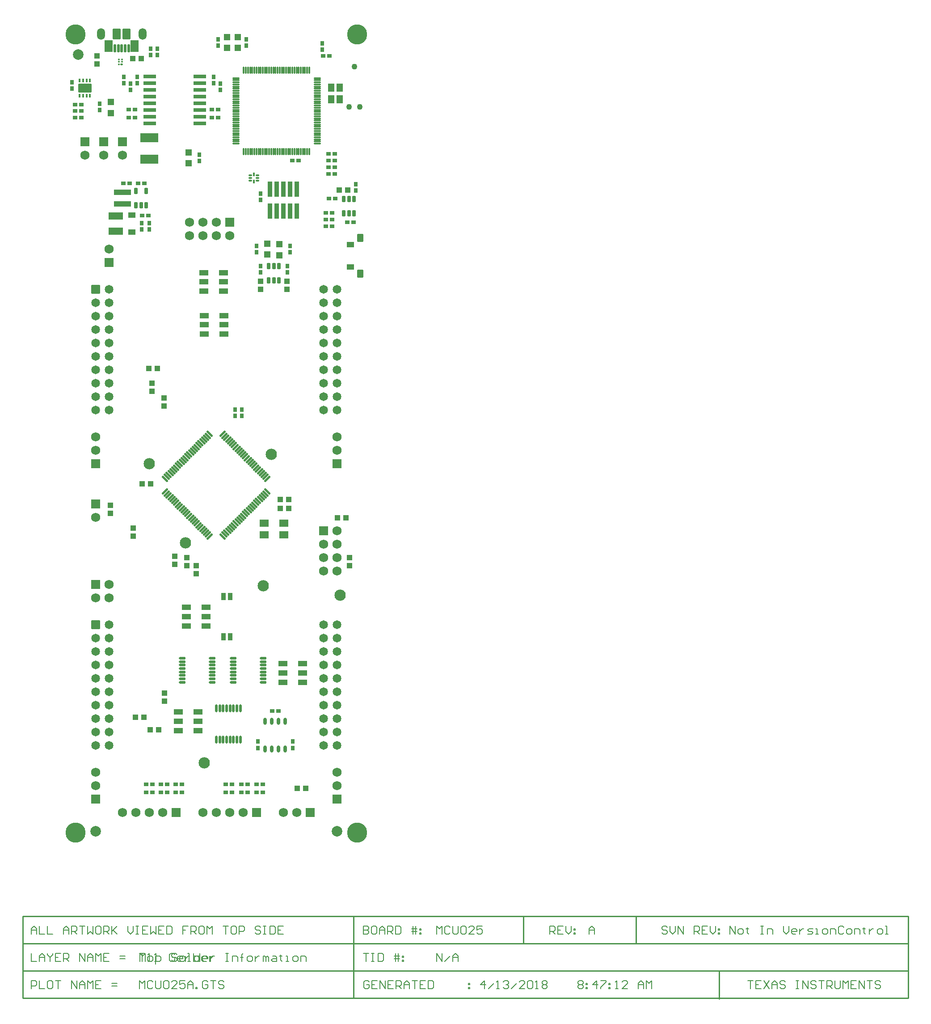
<source format=gts>
G04 Layer_Color=8388736*
%FSAX25Y25*%
%MOIN*%
G70*
G01*
G75*
%ADD49C,0.00800*%
%ADD50C,0.01000*%
G04:AMPARAMS|DCode=98|XSize=15.81mil|YSize=61.09mil|CornerRadius=0mil|HoleSize=0mil|Usage=FLASHONLY|Rotation=45.000|XOffset=0mil|YOffset=0mil|HoleType=Round|Shape=Round|*
%AMOVALD98*
21,1,0.04528,0.01581,0.00000,0.00000,135.0*
1,1,0.01581,0.01601,-0.01601*
1,1,0.01581,-0.01601,0.01601*
%
%ADD98OVALD98*%

G04:AMPARAMS|DCode=99|XSize=15.81mil|YSize=61.09mil|CornerRadius=0mil|HoleSize=0mil|Usage=FLASHONLY|Rotation=315.000|XOffset=0mil|YOffset=0mil|HoleType=Round|Shape=Round|*
%AMOVALD99*
21,1,0.04528,0.01581,0.00000,0.00000,45.0*
1,1,0.01581,-0.01601,-0.01601*
1,1,0.01581,0.01601,0.01601*
%
%ADD99OVALD99*%

G04:AMPARAMS|DCode=100|XSize=21.72mil|YSize=58.33mil|CornerRadius=3.95mil|HoleSize=0mil|Usage=FLASHONLY|Rotation=0.000|XOffset=0mil|YOffset=0mil|HoleType=Round|Shape=RoundedRectangle|*
%AMROUNDEDRECTD100*
21,1,0.02172,0.05043,0,0,0.0*
21,1,0.01382,0.05833,0,0,0.0*
1,1,0.00790,0.00691,-0.02522*
1,1,0.00790,-0.00691,-0.02522*
1,1,0.00790,-0.00691,0.02522*
1,1,0.00790,0.00691,0.02522*
%
%ADD100ROUNDEDRECTD100*%
G04:AMPARAMS|DCode=101|XSize=58.13mil|YSize=78.8mil|CornerRadius=3.9mil|HoleSize=0mil|Usage=FLASHONLY|Rotation=0.000|XOffset=0mil|YOffset=0mil|HoleType=Round|Shape=RoundedRectangle|*
%AMROUNDEDRECTD101*
21,1,0.05813,0.07101,0,0,0.0*
21,1,0.05034,0.07880,0,0,0.0*
1,1,0.00779,0.02517,-0.03551*
1,1,0.00779,-0.02517,-0.03551*
1,1,0.00779,-0.02517,0.03551*
1,1,0.00779,0.02517,0.03551*
%
%ADD101ROUNDEDRECTD101*%
G04:AMPARAMS|DCode=102|XSize=62.07mil|YSize=86.68mil|CornerRadius=4.03mil|HoleSize=0mil|Usage=FLASHONLY|Rotation=0.000|XOffset=0mil|YOffset=0mil|HoleType=Round|Shape=RoundedRectangle|*
%AMROUNDEDRECTD102*
21,1,0.06207,0.07861,0,0,0.0*
21,1,0.05401,0.08668,0,0,0.0*
1,1,0.00806,0.02700,-0.03931*
1,1,0.00806,-0.02700,-0.03931*
1,1,0.00806,-0.02700,0.03931*
1,1,0.00806,0.02700,0.03931*
%
%ADD102ROUNDEDRECTD102*%
%ADD103O,0.05124X0.01975*%
%ADD104O,0.02172X0.05912*%
G04:AMPARAMS|DCode=105|XSize=27.62mil|YSize=43.37mil|CornerRadius=4.01mil|HoleSize=0mil|Usage=FLASHONLY|Rotation=180.000|XOffset=0mil|YOffset=0mil|HoleType=Round|Shape=RoundedRectangle|*
%AMROUNDEDRECTD105*
21,1,0.02762,0.03535,0,0,180.0*
21,1,0.01961,0.04337,0,0,180.0*
1,1,0.00802,-0.00980,0.01768*
1,1,0.00802,0.00980,0.01768*
1,1,0.00802,0.00980,-0.01768*
1,1,0.00802,-0.00980,-0.01768*
%
%ADD105ROUNDEDRECTD105*%
%ADD106O,0.05912X0.01187*%
%ADD107O,0.01187X0.05912*%
%ADD108R,0.06699X0.04337*%
%ADD109R,0.03392X0.05400*%
%ADD110R,0.04140X0.04337*%
%ADD111R,0.04337X0.04140*%
%ADD112R,0.05124X0.04731*%
%ADD113C,0.07874*%
%ADD114R,0.11030X0.05518*%
%ADD115R,0.02762X0.03550*%
%ADD116R,0.03550X0.02762*%
G04:AMPARAMS|DCode=117|XSize=15.81mil|YSize=27.62mil|CornerRadius=3.95mil|HoleSize=0mil|Usage=FLASHONLY|Rotation=0.000|XOffset=0mil|YOffset=0mil|HoleType=Round|Shape=RoundedRectangle|*
%AMROUNDEDRECTD117*
21,1,0.01581,0.01972,0,0,0.0*
21,1,0.00791,0.02762,0,0,0.0*
1,1,0.00790,0.00396,-0.00986*
1,1,0.00790,-0.00396,-0.00986*
1,1,0.00790,-0.00396,0.00986*
1,1,0.00790,0.00396,0.00986*
%
%ADD117ROUNDEDRECTD117*%
G04:AMPARAMS|DCode=118|XSize=68.96mil|YSize=98.49mil|CornerRadius=3.95mil|HoleSize=0mil|Usage=FLASHONLY|Rotation=270.000|XOffset=0mil|YOffset=0mil|HoleType=Round|Shape=RoundedRectangle|*
%AMROUNDEDRECTD118*
21,1,0.06896,0.09059,0,0,270.0*
21,1,0.06106,0.09849,0,0,270.0*
1,1,0.00790,-0.04530,-0.03053*
1,1,0.00790,-0.04530,0.03053*
1,1,0.00790,0.04530,0.03053*
1,1,0.00790,0.04530,-0.03053*
%
%ADD118ROUNDEDRECTD118*%
%ADD119R,0.06699X0.04337*%
G04:AMPARAMS|DCode=120|XSize=61.09mil|YSize=43.37mil|CornerRadius=3.97mil|HoleSize=0mil|Usage=FLASHONLY|Rotation=270.000|XOffset=0mil|YOffset=0mil|HoleType=Round|Shape=RoundedRectangle|*
%AMROUNDEDRECTD120*
21,1,0.06109,0.03543,0,0,270.0*
21,1,0.05315,0.04337,0,0,270.0*
1,1,0.00794,-0.01772,-0.02657*
1,1,0.00794,-0.01772,0.02657*
1,1,0.00794,0.01772,0.02657*
1,1,0.00794,0.01772,-0.02657*
%
%ADD120ROUNDEDRECTD120*%
G04:AMPARAMS|DCode=121|XSize=39.43mil|YSize=55.18mil|CornerRadius=3.95mil|HoleSize=0mil|Usage=FLASHONLY|Rotation=270.000|XOffset=0mil|YOffset=0mil|HoleType=Round|Shape=RoundedRectangle|*
%AMROUNDEDRECTD121*
21,1,0.03943,0.04728,0,0,270.0*
21,1,0.03154,0.05518,0,0,270.0*
1,1,0.00790,-0.02364,-0.01577*
1,1,0.00790,-0.02364,0.01577*
1,1,0.00790,0.02364,0.01577*
1,1,0.00790,0.02364,-0.01577*
%
%ADD121ROUNDEDRECTD121*%
%ADD122R,0.12998X0.04337*%
%ADD123R,0.05203X0.04002*%
%ADD124R,0.13786X0.06699*%
G04:AMPARAMS|DCode=125|XSize=13.84mil|YSize=25.65mil|CornerRadius=3.97mil|HoleSize=0mil|Usage=FLASHONLY|Rotation=270.000|XOffset=0mil|YOffset=0mil|HoleType=Round|Shape=RoundedRectangle|*
%AMROUNDEDRECTD125*
21,1,0.01384,0.01772,0,0,270.0*
21,1,0.00591,0.02565,0,0,270.0*
1,1,0.00794,-0.00886,-0.00295*
1,1,0.00794,-0.00886,0.00295*
1,1,0.00794,0.00886,0.00295*
1,1,0.00794,0.00886,-0.00295*
%
%ADD125ROUNDEDRECTD125*%
G04:AMPARAMS|DCode=126|XSize=11.87mil|YSize=25.65mil|CornerRadius=3.97mil|HoleSize=0mil|Usage=FLASHONLY|Rotation=270.000|XOffset=0mil|YOffset=0mil|HoleType=Round|Shape=RoundedRectangle|*
%AMROUNDEDRECTD126*
21,1,0.01187,0.01772,0,0,270.0*
21,1,0.00394,0.02565,0,0,270.0*
1,1,0.00794,-0.00886,-0.00197*
1,1,0.00794,-0.00886,0.00197*
1,1,0.00794,0.00886,0.00197*
1,1,0.00794,0.00886,-0.00197*
%
%ADD126ROUNDEDRECTD126*%
%ADD127R,0.03313X0.11384*%
%ADD128R,0.05124X0.05912*%
%ADD129O,0.02565X0.05321*%
%ADD130R,0.05124X0.05124*%
%ADD131R,0.06699X0.05321*%
G04:AMPARAMS|DCode=132|XSize=11.87mil|YSize=15.81mil|CornerRadius=3.97mil|HoleSize=0mil|Usage=FLASHONLY|Rotation=270.000|XOffset=0mil|YOffset=0mil|HoleType=Round|Shape=RoundedRectangle|*
%AMROUNDEDRECTD132*
21,1,0.01187,0.00787,0,0,270.0*
21,1,0.00394,0.01581,0,0,270.0*
1,1,0.00794,-0.00394,-0.00197*
1,1,0.00794,-0.00394,0.00197*
1,1,0.00794,0.00394,0.00197*
1,1,0.00794,0.00394,-0.00197*
%
%ADD132ROUNDEDRECTD132*%
G04:AMPARAMS|DCode=133|XSize=11.87mil|YSize=17.78mil|CornerRadius=3.97mil|HoleSize=0mil|Usage=FLASHONLY|Rotation=270.000|XOffset=0mil|YOffset=0mil|HoleType=Round|Shape=RoundedRectangle|*
%AMROUNDEDRECTD133*
21,1,0.01187,0.00984,0,0,270.0*
21,1,0.00394,0.01778,0,0,270.0*
1,1,0.00794,-0.00492,-0.00197*
1,1,0.00794,-0.00492,0.00197*
1,1,0.00794,0.00492,0.00197*
1,1,0.00794,0.00492,-0.00197*
%
%ADD133ROUNDEDRECTD133*%
G04:AMPARAMS|DCode=134|XSize=29.59mil|YSize=92.58mil|CornerRadius=3.92mil|HoleSize=0mil|Usage=FLASHONLY|Rotation=270.000|XOffset=0mil|YOffset=0mil|HoleType=Round|Shape=RoundedRectangle|*
%AMROUNDEDRECTD134*
21,1,0.02959,0.08474,0,0,270.0*
21,1,0.02175,0.09258,0,0,270.0*
1,1,0.00784,-0.04237,-0.01088*
1,1,0.00784,-0.04237,0.01088*
1,1,0.00784,0.04237,0.01088*
1,1,0.00784,0.04237,-0.01088*
%
%ADD134ROUNDEDRECTD134*%
%ADD135C,0.06502*%
G04:AMPARAMS|DCode=136|XSize=65.02mil|YSize=65.02mil|CornerRadius=3.83mil|HoleSize=0mil|Usage=FLASHONLY|Rotation=270.000|XOffset=0mil|YOffset=0mil|HoleType=Round|Shape=RoundedRectangle|*
%AMROUNDEDRECTD136*
21,1,0.06502,0.05736,0,0,270.0*
21,1,0.05736,0.06502,0,0,270.0*
1,1,0.00766,-0.02868,-0.02868*
1,1,0.00766,-0.02868,0.02868*
1,1,0.00766,0.02868,0.02868*
1,1,0.00766,0.02868,-0.02868*
%
%ADD136ROUNDEDRECTD136*%
%ADD137C,0.15000*%
G04:AMPARAMS|DCode=138|XSize=86.68mil|YSize=59.12mil|CornerRadius=29.56mil|HoleSize=0mil|Usage=FLASHONLY|Rotation=270.000|XOffset=0mil|YOffset=0mil|HoleType=Round|Shape=RoundedRectangle|*
%AMROUNDEDRECTD138*
21,1,0.08668,0.00000,0,0,270.0*
21,1,0.02756,0.05912,0,0,270.0*
1,1,0.05912,0.00000,-0.01378*
1,1,0.05912,0.00000,0.01378*
1,1,0.05912,0.00000,0.01378*
1,1,0.05912,0.00000,-0.01378*
%
%ADD138ROUNDEDRECTD138*%
%ADD139C,0.04300*%
%ADD140C,0.08400*%
G04:AMPARAMS|DCode=141|XSize=68.96mil|YSize=68.96mil|CornerRadius=3.95mil|HoleSize=0mil|Usage=FLASHONLY|Rotation=180.000|XOffset=0mil|YOffset=0mil|HoleType=Round|Shape=RoundedRectangle|*
%AMROUNDEDRECTD141*
21,1,0.06896,0.06106,0,0,180.0*
21,1,0.06106,0.06896,0,0,180.0*
1,1,0.00790,-0.03053,0.03053*
1,1,0.00790,0.03053,0.03053*
1,1,0.00790,0.03053,-0.03053*
1,1,0.00790,-0.03053,-0.03053*
%
%ADD141ROUNDEDRECTD141*%
%ADD142C,0.06896*%
%ADD143R,0.06896X0.06896*%
G04:AMPARAMS|DCode=144|XSize=68.96mil|YSize=68.96mil|CornerRadius=3.95mil|HoleSize=0mil|Usage=FLASHONLY|Rotation=270.000|XOffset=0mil|YOffset=0mil|HoleType=Round|Shape=RoundedRectangle|*
%AMROUNDEDRECTD144*
21,1,0.06896,0.06106,0,0,270.0*
21,1,0.06106,0.06896,0,0,270.0*
1,1,0.00790,-0.03053,-0.03053*
1,1,0.00790,-0.03053,0.03053*
1,1,0.00790,0.03053,0.03053*
1,1,0.00790,0.03053,-0.03053*
%
%ADD144ROUNDEDRECTD144*%
%ADD145R,0.06896X0.06896*%
%ADD146C,0.02368*%
G54D49*
X0126900Y0073549D02*
X0130899D01*
X0128899D01*
Y0067551D01*
X0133898D02*
X0135897D01*
X0136897Y0068550D01*
Y0070550D01*
X0135897Y0071549D01*
X0133898D01*
X0132898Y0070550D01*
Y0068550D01*
X0133898Y0067551D01*
X0138896Y0065551D02*
Y0071549D01*
X0141895D01*
X0142895Y0070550D01*
Y0068550D01*
X0141895Y0067551D01*
X0138896D01*
X0154891Y0072549D02*
X0153891Y0073549D01*
X0151892D01*
X0150892Y0072549D01*
Y0071549D01*
X0151892Y0070550D01*
X0153891D01*
X0154891Y0069550D01*
Y0068550D01*
X0153891Y0067551D01*
X0151892D01*
X0150892Y0068550D01*
X0157890Y0067551D02*
X0159889D01*
X0160889Y0068550D01*
Y0070550D01*
X0159889Y0071549D01*
X0157890D01*
X0156890Y0070550D01*
Y0068550D01*
X0157890Y0067551D01*
X0162888D02*
X0164888D01*
X0163888D01*
Y0073549D01*
X0162888D01*
X0171885D02*
Y0067551D01*
X0168886D01*
X0167887Y0068550D01*
Y0070550D01*
X0168886Y0071549D01*
X0171885D01*
X0176884Y0067551D02*
X0174884D01*
X0173885Y0068550D01*
Y0070550D01*
X0174884Y0071549D01*
X0176884D01*
X0177884Y0070550D01*
Y0069550D01*
X0173885D01*
X0179883Y0071549D02*
Y0067551D01*
Y0069550D01*
X0180883Y0070550D01*
X0181882Y0071549D01*
X0182882D01*
X0126900Y0073549D02*
X0130899D01*
X0128899D01*
Y0067551D01*
X0133898D02*
X0135897D01*
X0136897Y0068550D01*
Y0070550D01*
X0135897Y0071549D01*
X0133898D01*
X0132898Y0070550D01*
Y0068550D01*
X0133898Y0067551D01*
X0138896Y0065551D02*
Y0071549D01*
X0141895D01*
X0142895Y0070550D01*
Y0068550D01*
X0141895Y0067551D01*
X0138896D01*
X0154891Y0072549D02*
X0153891Y0073549D01*
X0151892D01*
X0150892Y0072549D01*
Y0071549D01*
X0151892Y0070550D01*
X0153891D01*
X0154891Y0069550D01*
Y0068550D01*
X0153891Y0067551D01*
X0151892D01*
X0150892Y0068550D01*
X0157890Y0067551D02*
X0159889D01*
X0160889Y0068550D01*
Y0070550D01*
X0159889Y0071549D01*
X0157890D01*
X0156890Y0070550D01*
Y0068550D01*
X0157890Y0067551D01*
X0162888D02*
X0164888D01*
X0163888D01*
Y0073549D01*
X0162888D01*
X0171885D02*
Y0067551D01*
X0168886D01*
X0167887Y0068550D01*
Y0070550D01*
X0168886Y0071549D01*
X0171885D01*
X0176884Y0067551D02*
X0174884D01*
X0173885Y0068550D01*
Y0070550D01*
X0174884Y0071549D01*
X0176884D01*
X0177884Y0070550D01*
Y0069550D01*
X0173885D01*
X0179883Y0071549D02*
Y0067551D01*
Y0069550D01*
X0180883Y0070550D01*
X0181882Y0071549D01*
X0182882D01*
X0567400Y0087833D02*
Y0093831D01*
X0571399Y0087833D01*
Y0093831D01*
X0574398Y0087833D02*
X0576397D01*
X0577397Y0088833D01*
Y0090832D01*
X0576397Y0091832D01*
X0574398D01*
X0573398Y0090832D01*
Y0088833D01*
X0574398Y0087833D01*
X0580396Y0092832D02*
Y0091832D01*
X0579396D01*
X0581395D01*
X0580396D01*
Y0088833D01*
X0581395Y0087833D01*
X0590393Y0093831D02*
X0592392D01*
X0591392D01*
Y0087833D01*
X0590393D01*
X0592392D01*
X0595391D02*
Y0091832D01*
X0598390D01*
X0599390Y0090832D01*
Y0087833D01*
X0607387Y0093831D02*
Y0089833D01*
X0609386Y0087833D01*
X0611386Y0089833D01*
Y0093831D01*
X0616384Y0087833D02*
X0614385D01*
X0613385Y0088833D01*
Y0090832D01*
X0614385Y0091832D01*
X0616384D01*
X0617384Y0090832D01*
Y0089833D01*
X0613385D01*
X0619383Y0091832D02*
Y0087833D01*
Y0089833D01*
X0620383Y0090832D01*
X0621383Y0091832D01*
X0622382D01*
X0625381Y0087833D02*
X0628380D01*
X0629380Y0088833D01*
X0628380Y0089833D01*
X0626381D01*
X0625381Y0090832D01*
X0626381Y0091832D01*
X0629380D01*
X0631379Y0087833D02*
X0633379D01*
X0632379D01*
Y0091832D01*
X0631379D01*
X0637377Y0087833D02*
X0639377D01*
X0640376Y0088833D01*
Y0090832D01*
X0639377Y0091832D01*
X0637377D01*
X0636378Y0090832D01*
Y0088833D01*
X0637377Y0087833D01*
X0642376D02*
Y0091832D01*
X0645375D01*
X0646374Y0090832D01*
Y0087833D01*
X0652373Y0092832D02*
X0651373Y0093831D01*
X0649373D01*
X0648374Y0092832D01*
Y0088833D01*
X0649373Y0087833D01*
X0651373D01*
X0652373Y0088833D01*
X0655372Y0087833D02*
X0657371D01*
X0658371Y0088833D01*
Y0090832D01*
X0657371Y0091832D01*
X0655372D01*
X0654372Y0090832D01*
Y0088833D01*
X0655372Y0087833D01*
X0660370D02*
Y0091832D01*
X0663369D01*
X0664369Y0090832D01*
Y0087833D01*
X0667368Y0092832D02*
Y0091832D01*
X0666368D01*
X0668367D01*
X0667368D01*
Y0088833D01*
X0668367Y0087833D01*
X0671366Y0091832D02*
Y0087833D01*
Y0089833D01*
X0672366Y0090832D01*
X0673366Y0091832D01*
X0674365D01*
X0678364Y0087833D02*
X0680364D01*
X0681363Y0088833D01*
Y0090832D01*
X0680364Y0091832D01*
X0678364D01*
X0677364Y0090832D01*
Y0088833D01*
X0678364Y0087833D01*
X0683362D02*
X0685362D01*
X0684362D01*
Y0093831D01*
X0683362D01*
X0520799Y0092832D02*
X0519799Y0093831D01*
X0517800D01*
X0516800Y0092832D01*
Y0091832D01*
X0517800Y0090832D01*
X0519799D01*
X0520799Y0089833D01*
Y0088833D01*
X0519799Y0087833D01*
X0517800D01*
X0516800Y0088833D01*
X0522798Y0093831D02*
Y0089833D01*
X0524797Y0087833D01*
X0526797Y0089833D01*
Y0093831D01*
X0528796Y0087833D02*
Y0093831D01*
X0532795Y0087833D01*
Y0093831D01*
X0540792Y0087833D02*
Y0093831D01*
X0543791D01*
X0544791Y0092832D01*
Y0090832D01*
X0543791Y0089833D01*
X0540792D01*
X0542792D02*
X0544791Y0087833D01*
X0550789Y0093831D02*
X0546790D01*
Y0087833D01*
X0550789D01*
X0546790Y0090832D02*
X0548790D01*
X0552788Y0093831D02*
Y0089833D01*
X0554788Y0087833D01*
X0556787Y0089833D01*
Y0093831D01*
X0558786Y0091832D02*
X0559786D01*
Y0090832D01*
X0558786D01*
Y0091832D01*
Y0088833D02*
X0559786D01*
Y0087833D01*
X0558786D01*
Y0088833D01*
X0433000Y0087833D02*
Y0093831D01*
X0435999D01*
X0436999Y0092832D01*
Y0090832D01*
X0435999Y0089833D01*
X0433000D01*
X0434999D02*
X0436999Y0087833D01*
X0442997Y0093831D02*
X0438998D01*
Y0087833D01*
X0442997D01*
X0438998Y0090832D02*
X0440997D01*
X0444996Y0093831D02*
Y0089833D01*
X0446995Y0087833D01*
X0448995Y0089833D01*
Y0093831D01*
X0450994Y0091832D02*
X0451994D01*
Y0090832D01*
X0450994D01*
Y0091832D01*
Y0088833D02*
X0451994D01*
Y0087833D01*
X0450994D01*
Y0088833D01*
X0126900Y0046966D02*
Y0052965D01*
X0128899Y0050965D01*
X0130899Y0052965D01*
Y0046966D01*
X0136897Y0051965D02*
X0135897Y0052965D01*
X0133898D01*
X0132898Y0051965D01*
Y0047966D01*
X0133898Y0046966D01*
X0135897D01*
X0136897Y0047966D01*
X0138896Y0052965D02*
Y0047966D01*
X0139896Y0046966D01*
X0141895D01*
X0142895Y0047966D01*
Y0052965D01*
X0144894Y0051965D02*
X0145894Y0052965D01*
X0147893D01*
X0148893Y0051965D01*
Y0047966D01*
X0147893Y0046966D01*
X0145894D01*
X0144894Y0047966D01*
Y0051965D01*
X0154891Y0046966D02*
X0150892D01*
X0154891Y0050965D01*
Y0051965D01*
X0153891Y0052965D01*
X0151892D01*
X0150892Y0051965D01*
X0160889Y0052965D02*
X0156890D01*
Y0049966D01*
X0158890Y0050965D01*
X0159889D01*
X0160889Y0049966D01*
Y0047966D01*
X0159889Y0046966D01*
X0157890D01*
X0156890Y0047966D01*
X0162888Y0046966D02*
Y0050965D01*
X0164888Y0052965D01*
X0166887Y0050965D01*
Y0046966D01*
Y0049966D01*
X0162888D01*
X0168886Y0046966D02*
Y0047966D01*
X0169886D01*
Y0046966D01*
X0168886D01*
X0177884Y0051965D02*
X0176884Y0052965D01*
X0174884D01*
X0173885Y0051965D01*
Y0047966D01*
X0174884Y0046966D01*
X0176884D01*
X0177884Y0047966D01*
Y0049966D01*
X0175884D01*
X0179883Y0052965D02*
X0183882D01*
X0181882D01*
Y0046966D01*
X0189880Y0051965D02*
X0188880Y0052965D01*
X0186881D01*
X0185881Y0051965D01*
Y0050965D01*
X0186881Y0049966D01*
X0188880D01*
X0189880Y0048966D01*
Y0047966D01*
X0188880Y0046966D01*
X0186881D01*
X0185881Y0047966D01*
X0384149Y0046966D02*
Y0052965D01*
X0381150Y0049966D01*
X0385149D01*
X0387148Y0046966D02*
X0391147Y0050965D01*
X0393146Y0046966D02*
X0395146D01*
X0394146D01*
Y0052965D01*
X0393146Y0051965D01*
X0398145D02*
X0399144Y0052965D01*
X0401144D01*
X0402143Y0051965D01*
Y0050965D01*
X0401144Y0049966D01*
X0400144D01*
X0401144D01*
X0402143Y0048966D01*
Y0047966D01*
X0401144Y0046966D01*
X0399144D01*
X0398145Y0047966D01*
X0404143Y0046966D02*
X0408141Y0050965D01*
X0414139Y0046966D02*
X0410141D01*
X0414139Y0050965D01*
Y0051965D01*
X0413140Y0052965D01*
X0411140D01*
X0410141Y0051965D01*
X0416139D02*
X0417138Y0052965D01*
X0419138D01*
X0420137Y0051965D01*
Y0047966D01*
X0419138Y0046966D01*
X0417138D01*
X0416139Y0047966D01*
Y0051965D01*
X0422137Y0046966D02*
X0424136D01*
X0423136D01*
Y0052965D01*
X0422137Y0051965D01*
X0427135D02*
X0428135Y0052965D01*
X0430134D01*
X0431134Y0051965D01*
Y0050965D01*
X0430134Y0049966D01*
X0431134Y0048966D01*
Y0047966D01*
X0430134Y0046966D01*
X0428135D01*
X0427135Y0047966D01*
Y0048966D01*
X0428135Y0049966D01*
X0427135Y0050965D01*
Y0051965D01*
X0428135Y0049966D02*
X0430134D01*
X0298199Y0051965D02*
X0297199Y0052965D01*
X0295200D01*
X0294200Y0051965D01*
Y0047966D01*
X0295200Y0046966D01*
X0297199D01*
X0298199Y0047966D01*
Y0049966D01*
X0296199D01*
X0304197Y0052965D02*
X0300198D01*
Y0046966D01*
X0304197D01*
X0300198Y0049966D02*
X0302197D01*
X0306196Y0046966D02*
Y0052965D01*
X0310195Y0046966D01*
Y0052965D01*
X0316193D02*
X0312194D01*
Y0046966D01*
X0316193D01*
X0312194Y0049966D02*
X0314194D01*
X0318192Y0046966D02*
Y0052965D01*
X0321191D01*
X0322191Y0051965D01*
Y0049966D01*
X0321191Y0048966D01*
X0318192D01*
X0320192D02*
X0322191Y0046966D01*
X0324190D02*
Y0050965D01*
X0326190Y0052965D01*
X0328189Y0050965D01*
Y0046966D01*
Y0049966D01*
X0324190D01*
X0330188Y0052965D02*
X0334187D01*
X0332188D01*
Y0046966D01*
X0340185Y0052965D02*
X0336186D01*
Y0046966D01*
X0340185D01*
X0336186Y0049966D02*
X0338186D01*
X0342184Y0052965D02*
Y0046966D01*
X0345183D01*
X0346183Y0047966D01*
Y0051965D01*
X0345183Y0052965D01*
X0342184D01*
X0372175Y0050965D02*
X0373175D01*
Y0049966D01*
X0372175D01*
Y0050965D01*
Y0047966D02*
X0373175D01*
Y0046966D01*
X0372175D01*
Y0047966D01*
X0046350Y0087833D02*
Y0091832D01*
X0048349Y0093831D01*
X0050349Y0091832D01*
Y0087833D01*
Y0090832D01*
X0046350D01*
X0052348Y0093831D02*
Y0087833D01*
X0056347D01*
X0058346Y0093831D02*
Y0087833D01*
X0062345D01*
X0070342D02*
Y0091832D01*
X0072342Y0093831D01*
X0074341Y0091832D01*
Y0087833D01*
Y0090832D01*
X0070342D01*
X0076340Y0087833D02*
Y0093831D01*
X0079339D01*
X0080339Y0092832D01*
Y0090832D01*
X0079339Y0089833D01*
X0076340D01*
X0078340D02*
X0080339Y0087833D01*
X0082338Y0093831D02*
X0086337D01*
X0084338D01*
Y0087833D01*
X0088336Y0093831D02*
Y0087833D01*
X0090336Y0089833D01*
X0092335Y0087833D01*
Y0093831D01*
X0097334D02*
X0095334D01*
X0094335Y0092832D01*
Y0088833D01*
X0095334Y0087833D01*
X0097334D01*
X0098333Y0088833D01*
Y0092832D01*
X0097334Y0093831D01*
X0100332Y0087833D02*
Y0093831D01*
X0103332D01*
X0104331Y0092832D01*
Y0090832D01*
X0103332Y0089833D01*
X0100332D01*
X0102332D02*
X0104331Y0087833D01*
X0106331Y0093831D02*
Y0087833D01*
Y0089833D01*
X0110329Y0093831D01*
X0107330Y0090832D01*
X0110329Y0087833D01*
X0118327Y0093831D02*
Y0089833D01*
X0120326Y0087833D01*
X0122325Y0089833D01*
Y0093831D01*
X0124325D02*
X0126324D01*
X0125324D01*
Y0087833D01*
X0124325D01*
X0126324D01*
X0133322Y0093831D02*
X0129323D01*
Y0087833D01*
X0133322D01*
X0129323Y0090832D02*
X0131323D01*
X0135321Y0093831D02*
Y0087833D01*
X0137321Y0089833D01*
X0139320Y0087833D01*
Y0093831D01*
X0145318D02*
X0141319D01*
Y0087833D01*
X0145318D01*
X0141319Y0090832D02*
X0143319D01*
X0147317Y0093831D02*
Y0087833D01*
X0150316D01*
X0151316Y0088833D01*
Y0092832D01*
X0150316Y0093831D01*
X0147317D01*
X0163312D02*
X0159313D01*
Y0090832D01*
X0161313D01*
X0159313D01*
Y0087833D01*
X0165312D02*
Y0093831D01*
X0168310D01*
X0169310Y0092832D01*
Y0090832D01*
X0168310Y0089833D01*
X0165312D01*
X0167311D02*
X0169310Y0087833D01*
X0174309Y0093831D02*
X0172309D01*
X0171310Y0092832D01*
Y0088833D01*
X0172309Y0087833D01*
X0174309D01*
X0175308Y0088833D01*
Y0092832D01*
X0174309Y0093831D01*
X0177308Y0087833D02*
Y0093831D01*
X0179307Y0091832D01*
X0181306Y0093831D01*
Y0087833D01*
X0189304Y0093831D02*
X0193303D01*
X0191303D01*
Y0087833D01*
X0198301Y0093831D02*
X0196301D01*
X0195302Y0092832D01*
Y0088833D01*
X0196301Y0087833D01*
X0198301D01*
X0199301Y0088833D01*
Y0092832D01*
X0198301Y0093831D01*
X0201300Y0087833D02*
Y0093831D01*
X0204299D01*
X0205299Y0092832D01*
Y0090832D01*
X0204299Y0089833D01*
X0201300D01*
X0217295Y0092832D02*
X0216295Y0093831D01*
X0214296D01*
X0213296Y0092832D01*
Y0091832D01*
X0214296Y0090832D01*
X0216295D01*
X0217295Y0089833D01*
Y0088833D01*
X0216295Y0087833D01*
X0214296D01*
X0213296Y0088833D01*
X0219294Y0093831D02*
X0221293D01*
X0220294D01*
Y0087833D01*
X0219294D01*
X0221293D01*
X0224292Y0093831D02*
Y0087833D01*
X0227291D01*
X0228291Y0088833D01*
Y0092832D01*
X0227291Y0093831D01*
X0224292D01*
X0234289D02*
X0230291D01*
Y0087833D01*
X0234289D01*
X0230291Y0090832D02*
X0232290D01*
X0462150Y0087833D02*
Y0091832D01*
X0464149Y0093831D01*
X0466149Y0091832D01*
Y0087833D01*
Y0090832D01*
X0462150D01*
X0348550Y0087833D02*
Y0093831D01*
X0350549Y0091832D01*
X0352549Y0093831D01*
Y0087833D01*
X0358547Y0092832D02*
X0357547Y0093831D01*
X0355548D01*
X0354548Y0092832D01*
Y0088833D01*
X0355548Y0087833D01*
X0357547D01*
X0358547Y0088833D01*
X0360546Y0093831D02*
Y0088833D01*
X0361546Y0087833D01*
X0363545D01*
X0364545Y0088833D01*
Y0093831D01*
X0366544Y0092832D02*
X0367544Y0093831D01*
X0369543D01*
X0370543Y0092832D01*
Y0088833D01*
X0369543Y0087833D01*
X0367544D01*
X0366544Y0088833D01*
Y0092832D01*
X0376541Y0087833D02*
X0372542D01*
X0376541Y0091832D01*
Y0092832D01*
X0375541Y0093831D01*
X0373542D01*
X0372542Y0092832D01*
X0382539Y0093831D02*
X0378540D01*
Y0090832D01*
X0380540Y0091832D01*
X0381539D01*
X0382539Y0090832D01*
Y0088833D01*
X0381539Y0087833D01*
X0379540D01*
X0378540Y0088833D01*
X0294000Y0093831D02*
Y0087833D01*
X0296999D01*
X0297999Y0088833D01*
Y0089833D01*
X0296999Y0090832D01*
X0294000D01*
X0296999D01*
X0297999Y0091832D01*
Y0092832D01*
X0296999Y0093831D01*
X0294000D01*
X0302997D02*
X0300998D01*
X0299998Y0092832D01*
Y0088833D01*
X0300998Y0087833D01*
X0302997D01*
X0303997Y0088833D01*
Y0092832D01*
X0302997Y0093831D01*
X0305996Y0087833D02*
Y0091832D01*
X0307996Y0093831D01*
X0309995Y0091832D01*
Y0087833D01*
Y0090832D01*
X0305996D01*
X0311994Y0087833D02*
Y0093831D01*
X0314993D01*
X0315993Y0092832D01*
Y0090832D01*
X0314993Y0089833D01*
X0311994D01*
X0313994D02*
X0315993Y0087833D01*
X0317992Y0093831D02*
Y0087833D01*
X0320991D01*
X0321991Y0088833D01*
Y0092832D01*
X0320991Y0093831D01*
X0317992D01*
X0330988Y0087833D02*
Y0093831D01*
X0332987D02*
Y0087833D01*
X0329988Y0091832D02*
X0332987D01*
X0333987D01*
X0329988Y0089833D02*
X0333987D01*
X0335986Y0091832D02*
X0336986D01*
Y0090832D01*
X0335986D01*
Y0091832D01*
Y0088833D02*
X0336986D01*
Y0087833D01*
X0335986D01*
Y0088833D01*
X0046350Y0073549D02*
Y0067551D01*
X0050349D01*
X0052348D02*
Y0071549D01*
X0054347Y0073549D01*
X0056347Y0071549D01*
Y0067551D01*
Y0070550D01*
X0052348D01*
X0058346Y0073549D02*
Y0072549D01*
X0060346Y0070550D01*
X0062345Y0072549D01*
Y0073549D01*
X0060346Y0070550D02*
Y0067551D01*
X0068343Y0073549D02*
X0064344D01*
Y0067551D01*
X0068343D01*
X0064344Y0070550D02*
X0066343D01*
X0070342Y0067551D02*
Y0073549D01*
X0073341D01*
X0074341Y0072549D01*
Y0070550D01*
X0073341Y0069550D01*
X0070342D01*
X0072342D02*
X0074341Y0067551D01*
X0082338D02*
Y0073549D01*
X0086337Y0067551D01*
Y0073549D01*
X0088336Y0067551D02*
Y0071549D01*
X0090336Y0073549D01*
X0092335Y0071549D01*
Y0067551D01*
Y0070550D01*
X0088336D01*
X0094335Y0067551D02*
Y0073549D01*
X0096334Y0071549D01*
X0098333Y0073549D01*
Y0067551D01*
X0104331Y0073549D02*
X0100332D01*
Y0067551D01*
X0104331D01*
X0100332Y0070550D02*
X0102332D01*
X0112329Y0069550D02*
X0116327D01*
X0112329Y0071549D02*
X0116327D01*
X0046350Y0046966D02*
Y0052965D01*
X0049349D01*
X0050349Y0051965D01*
Y0049966D01*
X0049349Y0048966D01*
X0046350D01*
X0052348Y0052965D02*
Y0046966D01*
X0056347D01*
X0061345Y0052965D02*
X0059346D01*
X0058346Y0051965D01*
Y0047966D01*
X0059346Y0046966D01*
X0061345D01*
X0062345Y0047966D01*
Y0051965D01*
X0061345Y0052965D01*
X0064344D02*
X0068343D01*
X0066343D01*
Y0046966D01*
X0076340D02*
Y0052965D01*
X0080339Y0046966D01*
Y0052965D01*
X0082338Y0046966D02*
Y0050965D01*
X0084338Y0052965D01*
X0086337Y0050965D01*
Y0046966D01*
Y0049966D01*
X0082338D01*
X0088336Y0046966D02*
Y0052965D01*
X0090336Y0050965D01*
X0092335Y0052965D01*
Y0046966D01*
X0098333Y0052965D02*
X0094335D01*
Y0046966D01*
X0098333D01*
X0094335Y0049966D02*
X0096334D01*
X0106331Y0048966D02*
X0110329D01*
X0106331Y0050965D02*
X0110329D01*
X0454050Y0051965D02*
X0455050Y0052965D01*
X0457049D01*
X0458049Y0051965D01*
Y0050965D01*
X0457049Y0049966D01*
X0458049Y0048966D01*
Y0047966D01*
X0457049Y0046966D01*
X0455050D01*
X0454050Y0047966D01*
Y0048966D01*
X0455050Y0049966D01*
X0454050Y0050965D01*
Y0051965D01*
X0455050Y0049966D02*
X0457049D01*
X0460048Y0050965D02*
X0461048D01*
Y0049966D01*
X0460048D01*
Y0050965D01*
Y0047966D02*
X0461048D01*
Y0046966D01*
X0460048D01*
Y0047966D01*
X0468046Y0046966D02*
Y0052965D01*
X0465046Y0049966D01*
X0469045D01*
X0471044Y0052965D02*
X0475043D01*
Y0051965D01*
X0471044Y0047966D01*
Y0046966D01*
X0477043Y0050965D02*
X0478042D01*
Y0049966D01*
X0477043D01*
Y0050965D01*
Y0047966D02*
X0478042D01*
Y0046966D01*
X0477043D01*
Y0047966D01*
X0482041Y0046966D02*
X0484040D01*
X0483041D01*
Y0052965D01*
X0482041Y0051965D01*
X0491038Y0046966D02*
X0487039D01*
X0491038Y0050965D01*
Y0051965D01*
X0490038Y0052965D01*
X0488039D01*
X0487039Y0051965D01*
X0499035Y0046966D02*
Y0050965D01*
X0501035Y0052965D01*
X0503034Y0050965D01*
Y0046966D01*
Y0049966D01*
X0499035D01*
X0505033Y0046966D02*
Y0052965D01*
X0507033Y0050965D01*
X0509032Y0052965D01*
Y0046966D01*
X0580500Y0052965D02*
X0584499D01*
X0582499D01*
Y0046966D01*
X0590497Y0052965D02*
X0586498D01*
Y0046966D01*
X0590497D01*
X0586498Y0049966D02*
X0588497D01*
X0592496Y0052965D02*
X0596495Y0046966D01*
Y0052965D02*
X0592496Y0046966D01*
X0598494D02*
Y0050965D01*
X0600493Y0052965D01*
X0602493Y0050965D01*
Y0046966D01*
Y0049966D01*
X0598494D01*
X0608491Y0051965D02*
X0607491Y0052965D01*
X0605492D01*
X0604492Y0051965D01*
Y0050965D01*
X0605492Y0049966D01*
X0607491D01*
X0608491Y0048966D01*
Y0047966D01*
X0607491Y0046966D01*
X0605492D01*
X0604492Y0047966D01*
X0616488Y0052965D02*
X0618488D01*
X0617488D01*
Y0046966D01*
X0616488D01*
X0618488D01*
X0621487D02*
Y0052965D01*
X0625486Y0046966D01*
Y0052965D01*
X0631484Y0051965D02*
X0630484Y0052965D01*
X0628484D01*
X0627485Y0051965D01*
Y0050965D01*
X0628484Y0049966D01*
X0630484D01*
X0631484Y0048966D01*
Y0047966D01*
X0630484Y0046966D01*
X0628484D01*
X0627485Y0047966D01*
X0633483Y0052965D02*
X0637482D01*
X0635482D01*
Y0046966D01*
X0639481D02*
Y0052965D01*
X0642480D01*
X0643480Y0051965D01*
Y0049966D01*
X0642480Y0048966D01*
X0639481D01*
X0641480D02*
X0643480Y0046966D01*
X0645479Y0052965D02*
Y0047966D01*
X0646479Y0046966D01*
X0648478D01*
X0649478Y0047966D01*
Y0052965D01*
X0651477Y0046966D02*
Y0052965D01*
X0653476Y0050965D01*
X0655476Y0052965D01*
Y0046966D01*
X0661474Y0052965D02*
X0657475D01*
Y0046966D01*
X0661474D01*
X0657475Y0049966D02*
X0659474D01*
X0663473Y0046966D02*
Y0052965D01*
X0667472Y0046966D01*
Y0052965D01*
X0669471D02*
X0673470D01*
X0671471D01*
Y0046966D01*
X0679468Y0051965D02*
X0678468Y0052965D01*
X0676469D01*
X0675469Y0051965D01*
Y0050965D01*
X0676469Y0049966D01*
X0678468D01*
X0679468Y0048966D01*
Y0047966D01*
X0678468Y0046966D01*
X0676469D01*
X0675469Y0047966D01*
X0294000Y0073498D02*
X0297999D01*
X0295999D01*
Y0067500D01*
X0299998Y0073498D02*
X0301997D01*
X0300998D01*
Y0067500D01*
X0299998D01*
X0301997D01*
X0304996Y0073498D02*
Y0067500D01*
X0307996D01*
X0308995Y0068500D01*
Y0072498D01*
X0307996Y0073498D01*
X0304996D01*
X0317992Y0067500D02*
Y0073498D01*
X0319992D02*
Y0067500D01*
X0316993Y0071499D02*
X0319992D01*
X0320991D01*
X0316993Y0069499D02*
X0320991D01*
X0322991Y0071499D02*
X0323990D01*
Y0070499D01*
X0322991D01*
Y0071499D01*
Y0068500D02*
X0323990D01*
Y0067500D01*
X0322991D01*
Y0068500D01*
X0348550Y0067500D02*
Y0073498D01*
X0352549Y0067500D01*
Y0073498D01*
X0354548Y0067500D02*
X0358547Y0071499D01*
X0360546Y0067500D02*
Y0071499D01*
X0362545Y0073498D01*
X0364545Y0071499D01*
Y0067500D01*
Y0070499D01*
X0360546D01*
X0127200Y0067400D02*
Y0073398D01*
X0129199Y0071399D01*
X0131199Y0073398D01*
Y0067400D01*
X0133198D02*
X0135197D01*
X0134198D01*
Y0073398D01*
X0133198Y0072398D01*
X0138196Y0067400D02*
X0140196D01*
X0139196D01*
Y0073398D01*
X0138196Y0072398D01*
X0153192D02*
X0152192Y0073398D01*
X0150193D01*
X0149193Y0072398D01*
Y0068400D01*
X0150193Y0067400D01*
X0152192D01*
X0153192Y0068400D01*
Y0070399D01*
X0151192D01*
X0158190Y0067400D02*
X0156191D01*
X0155191Y0068400D01*
Y0070399D01*
X0156191Y0071399D01*
X0158190D01*
X0159190Y0070399D01*
Y0069399D01*
X0155191D01*
X0161189Y0071399D02*
Y0067400D01*
Y0069399D01*
X0162189Y0070399D01*
X0163188Y0071399D01*
X0164188D01*
X0167187Y0073398D02*
Y0067400D01*
X0170186D01*
X0171186Y0068400D01*
Y0069399D01*
Y0070399D01*
X0170186Y0071399D01*
X0167187D01*
X0176184Y0067400D02*
X0174185D01*
X0173185Y0068400D01*
Y0070399D01*
X0174185Y0071399D01*
X0176184D01*
X0177184Y0070399D01*
Y0069399D01*
X0173185D01*
X0179183Y0071399D02*
Y0067400D01*
Y0069399D01*
X0180183Y0070399D01*
X0181183Y0071399D01*
X0182182D01*
X0191179Y0073398D02*
X0193179D01*
X0192179D01*
Y0067400D01*
X0191179D01*
X0193179D01*
X0196178D02*
Y0071399D01*
X0199177D01*
X0200176Y0070399D01*
Y0067400D01*
X0203175D02*
Y0072398D01*
Y0070399D01*
X0202176D01*
X0204175D01*
X0203175D01*
Y0072398D01*
X0204175Y0073398D01*
X0208174Y0067400D02*
X0210173D01*
X0211173Y0068400D01*
Y0070399D01*
X0210173Y0071399D01*
X0208174D01*
X0207174Y0070399D01*
Y0068400D01*
X0208174Y0067400D01*
X0213172Y0071399D02*
Y0067400D01*
Y0069399D01*
X0214172Y0070399D01*
X0215172Y0071399D01*
X0216171D01*
X0219170Y0067400D02*
Y0071399D01*
X0220170D01*
X0221170Y0070399D01*
Y0067400D01*
Y0070399D01*
X0222169Y0071399D01*
X0223169Y0070399D01*
Y0067400D01*
X0226168Y0071399D02*
X0228167D01*
X0229167Y0070399D01*
Y0067400D01*
X0226168D01*
X0225168Y0068400D01*
X0226168Y0069399D01*
X0229167D01*
X0232166Y0072398D02*
Y0071399D01*
X0231166D01*
X0233166D01*
X0232166D01*
Y0068400D01*
X0233166Y0067400D01*
X0236165D02*
X0238164D01*
X0237164D01*
Y0071399D01*
X0236165D01*
X0242163Y0067400D02*
X0244162D01*
X0245162Y0068400D01*
Y0070399D01*
X0244162Y0071399D01*
X0242163D01*
X0241163Y0070399D01*
Y0068400D01*
X0242163Y0067400D01*
X0247161D02*
Y0071399D01*
X0250160D01*
X0251160Y0070399D01*
Y0067400D01*
G54D50*
X0497200Y0080717D02*
Y0101050D01*
X0413200Y0080717D02*
Y0101050D01*
X0040000Y0080717D02*
X0700200D01*
X0040000Y0060383D02*
X0700000D01*
X0040000Y0040050D02*
X0440500D01*
X0040050Y0101050D02*
X0700200D01*
X0040050Y0040050D02*
Y0101050D01*
Y0040050D02*
X0197600D01*
X0040000D02*
Y0101050D01*
X0286500Y0040050D02*
Y0101050D01*
X0700200Y0040050D02*
Y0101050D01*
X0440500Y0040050D02*
X0700200D01*
X0559400Y0039400D02*
Y0059683D01*
G54D98*
X0179398Y0460609D02*
D03*
X0178006Y0459217D02*
D03*
X0176614Y0457825D02*
D03*
X0175222Y0456433D02*
D03*
X0173830Y0455041D02*
D03*
X0172438Y0453649D02*
D03*
X0171046Y0452257D02*
D03*
X0169654Y0450865D02*
D03*
X0168262Y0449473D02*
D03*
X0166870Y0448081D02*
D03*
X0165478Y0446689D02*
D03*
X0164086Y0445297D02*
D03*
X0162695Y0443905D02*
D03*
X0161302Y0442514D02*
D03*
X0159911Y0441122D02*
D03*
X0158519Y0439730D02*
D03*
X0157127Y0438338D02*
D03*
X0155735Y0436946D02*
D03*
X0154343Y0435554D02*
D03*
X0152951Y0434162D02*
D03*
X0151559Y0432770D02*
D03*
X0150167Y0431378D02*
D03*
X0148775Y0429986D02*
D03*
X0147383Y0428594D02*
D03*
X0145991Y0427202D02*
D03*
X0189002Y0384191D02*
D03*
X0190394Y0385583D02*
D03*
X0191786Y0386975D02*
D03*
X0193178Y0388367D02*
D03*
X0194570Y0389759D02*
D03*
X0195962Y0391151D02*
D03*
X0197354Y0392543D02*
D03*
X0198746Y0393935D02*
D03*
X0200138Y0395327D02*
D03*
X0201530Y0396719D02*
D03*
X0202922Y0398111D02*
D03*
X0204314Y0399503D02*
D03*
X0205705Y0400894D02*
D03*
X0207098Y0402286D02*
D03*
X0208489Y0403678D02*
D03*
X0209881Y0405070D02*
D03*
X0211273Y0406462D02*
D03*
X0212665Y0407854D02*
D03*
X0214057Y0409246D02*
D03*
X0215449Y0410638D02*
D03*
X0216841Y0412030D02*
D03*
X0218233Y0413422D02*
D03*
X0219625Y0414814D02*
D03*
X0221017Y0416206D02*
D03*
X0222409Y0417598D02*
D03*
G54D99*
X0145991D02*
D03*
X0147383Y0416206D02*
D03*
X0148775Y0414814D02*
D03*
X0150167Y0413422D02*
D03*
X0151559Y0412030D02*
D03*
X0152951Y0410638D02*
D03*
X0154343Y0409246D02*
D03*
X0155735Y0407854D02*
D03*
X0157127Y0406462D02*
D03*
X0158519Y0405070D02*
D03*
X0159911Y0403678D02*
D03*
X0161303Y0402286D02*
D03*
X0162695Y0400894D02*
D03*
X0164086Y0399503D02*
D03*
X0165478Y0398111D02*
D03*
X0166870Y0396719D02*
D03*
X0168262Y0395327D02*
D03*
X0169654Y0393935D02*
D03*
X0171046Y0392543D02*
D03*
X0172438Y0391151D02*
D03*
X0173830Y0389759D02*
D03*
X0175222Y0388367D02*
D03*
X0176614Y0386975D02*
D03*
X0178006Y0385583D02*
D03*
X0179398Y0384191D02*
D03*
X0222409Y0427202D02*
D03*
X0221017Y0428594D02*
D03*
X0219625Y0429986D02*
D03*
X0218233Y0431378D02*
D03*
X0216841Y0432770D02*
D03*
X0215449Y0434162D02*
D03*
X0214057Y0435554D02*
D03*
X0212665Y0436946D02*
D03*
X0211273Y0438338D02*
D03*
X0209881Y0439730D02*
D03*
X0208489Y0441122D02*
D03*
X0207098Y0442514D02*
D03*
X0205705Y0443905D02*
D03*
X0204314Y0445297D02*
D03*
X0202922Y0446689D02*
D03*
X0201530Y0448081D02*
D03*
X0200138Y0449473D02*
D03*
X0198746Y0450865D02*
D03*
X0197354Y0452257D02*
D03*
X0195962Y0453649D02*
D03*
X0194570Y0455041D02*
D03*
X0193178Y0456433D02*
D03*
X0191786Y0457825D02*
D03*
X0190394Y0459217D02*
D03*
X0189002Y0460609D02*
D03*
G54D100*
X0118818Y0748219D02*
D03*
X0116259Y0748219D02*
D03*
X0113700Y0748219D02*
D03*
X0111141Y0748219D02*
D03*
X0108582Y0748219D02*
D03*
G54D101*
X0117391Y0758691D02*
D03*
X0110009D02*
D03*
G54D102*
X0123395Y0749636D02*
D03*
X0104005D02*
D03*
G54D103*
X0158979Y0293357D02*
D03*
Y0290798D02*
D03*
Y0288239D02*
D03*
Y0285680D02*
D03*
Y0283120D02*
D03*
Y0280561D02*
D03*
Y0278002D02*
D03*
Y0275443D02*
D03*
X0181421Y0293357D02*
D03*
Y0290798D02*
D03*
Y0288239D02*
D03*
Y0285680D02*
D03*
Y0283120D02*
D03*
Y0280561D02*
D03*
Y0278002D02*
D03*
Y0275443D02*
D03*
X0196979Y0293357D02*
D03*
Y0290798D02*
D03*
Y0288239D02*
D03*
Y0285680D02*
D03*
Y0283120D02*
D03*
Y0280561D02*
D03*
Y0278002D02*
D03*
Y0275443D02*
D03*
X0219421Y0293357D02*
D03*
Y0290798D02*
D03*
Y0288239D02*
D03*
Y0285680D02*
D03*
Y0283120D02*
D03*
Y0280561D02*
D03*
Y0278002D02*
D03*
Y0275443D02*
D03*
G54D104*
X0184243Y0232786D02*
D03*
X0186802D02*
D03*
X0189361D02*
D03*
X0191920D02*
D03*
X0194480D02*
D03*
X0197039D02*
D03*
X0199598D02*
D03*
X0202157D02*
D03*
X0184243Y0256014D02*
D03*
X0186802D02*
D03*
X0189361D02*
D03*
X0191920D02*
D03*
X0194480D02*
D03*
X0197039D02*
D03*
X0199598D02*
D03*
X0202157D02*
D03*
G54D105*
X0279460Y0635813D02*
D03*
X0283200D02*
D03*
X0286940D02*
D03*
Y0624987D02*
D03*
X0283200D02*
D03*
X0279460D02*
D03*
X0223460Y0574987D02*
D03*
X0227200D02*
D03*
X0230940D02*
D03*
Y0585813D02*
D03*
X0227200D02*
D03*
X0223460D02*
D03*
X0124460Y0641813D02*
D03*
X0131940D02*
D03*
Y0630987D02*
D03*
X0128200D02*
D03*
X0124460D02*
D03*
G54D106*
X0198885Y0725809D02*
D03*
Y0724235D02*
D03*
Y0722660D02*
D03*
Y0721085D02*
D03*
Y0719510D02*
D03*
Y0717935D02*
D03*
Y0716361D02*
D03*
Y0714786D02*
D03*
Y0713211D02*
D03*
Y0711636D02*
D03*
Y0710061D02*
D03*
Y0708487D02*
D03*
Y0706912D02*
D03*
Y0705337D02*
D03*
Y0703762D02*
D03*
Y0702187D02*
D03*
Y0700613D02*
D03*
Y0699038D02*
D03*
Y0697463D02*
D03*
Y0695888D02*
D03*
Y0694313D02*
D03*
Y0692739D02*
D03*
Y0691164D02*
D03*
Y0689589D02*
D03*
Y0688014D02*
D03*
Y0686439D02*
D03*
Y0684865D02*
D03*
Y0683290D02*
D03*
Y0681715D02*
D03*
Y0680140D02*
D03*
Y0678565D02*
D03*
Y0676991D02*
D03*
X0259515D02*
D03*
Y0678565D02*
D03*
Y0680140D02*
D03*
Y0681715D02*
D03*
Y0683290D02*
D03*
Y0684865D02*
D03*
Y0686439D02*
D03*
Y0688014D02*
D03*
Y0689589D02*
D03*
Y0691164D02*
D03*
Y0692739D02*
D03*
Y0694313D02*
D03*
Y0695888D02*
D03*
Y0697463D02*
D03*
Y0699038D02*
D03*
Y0700613D02*
D03*
Y0702187D02*
D03*
Y0703762D02*
D03*
Y0705337D02*
D03*
Y0706912D02*
D03*
Y0708487D02*
D03*
Y0710061D02*
D03*
Y0711636D02*
D03*
Y0713211D02*
D03*
Y0714786D02*
D03*
Y0716361D02*
D03*
Y0717935D02*
D03*
Y0719510D02*
D03*
Y0721085D02*
D03*
Y0722660D02*
D03*
Y0724235D02*
D03*
Y0725809D02*
D03*
G54D107*
X0204791Y0671085D02*
D03*
X0206365D02*
D03*
X0207940D02*
D03*
X0209515D02*
D03*
X0211090D02*
D03*
X0212665D02*
D03*
X0214239D02*
D03*
X0215814D02*
D03*
X0217389D02*
D03*
X0218964D02*
D03*
X0220539D02*
D03*
X0222113D02*
D03*
X0223688D02*
D03*
X0225263D02*
D03*
X0226838D02*
D03*
X0228413D02*
D03*
X0229987D02*
D03*
X0231562D02*
D03*
X0233137D02*
D03*
X0234712D02*
D03*
X0236287D02*
D03*
X0237861D02*
D03*
X0239436D02*
D03*
X0241011D02*
D03*
X0242586D02*
D03*
X0244161D02*
D03*
X0245735D02*
D03*
X0247310D02*
D03*
X0248885D02*
D03*
X0250460D02*
D03*
X0252035D02*
D03*
X0253609D02*
D03*
Y0731715D02*
D03*
X0252035D02*
D03*
X0250460D02*
D03*
X0248885D02*
D03*
X0247310D02*
D03*
X0245735D02*
D03*
X0244161D02*
D03*
X0242586D02*
D03*
X0241011D02*
D03*
X0239436D02*
D03*
X0237861D02*
D03*
X0236287D02*
D03*
X0234712D02*
D03*
X0233137D02*
D03*
X0231562D02*
D03*
X0229987D02*
D03*
X0228413D02*
D03*
X0226838D02*
D03*
X0225263D02*
D03*
X0223688D02*
D03*
X0222113D02*
D03*
X0220539D02*
D03*
X0218964D02*
D03*
X0217389D02*
D03*
X0215814D02*
D03*
X0214239D02*
D03*
X0212665D02*
D03*
X0211090D02*
D03*
X0209515D02*
D03*
X0207940D02*
D03*
X0206365D02*
D03*
X0204791D02*
D03*
G54D108*
X0155917Y0239510D02*
D03*
Y0246400D02*
D03*
Y0253290D02*
D03*
X0170484D02*
D03*
Y0246400D02*
D03*
Y0239510D02*
D03*
G54D109*
X0194700Y0309400D02*
D03*
X0189700D02*
D03*
Y0339400D02*
D03*
X0194700D02*
D03*
G54D110*
X0153200Y0363250D02*
D03*
Y0369550D02*
D03*
X0122200Y0384250D02*
D03*
Y0390550D02*
D03*
X0145200Y0481250D02*
D03*
Y0487550D02*
D03*
X0283700Y0368550D02*
D03*
Y0362250D02*
D03*
X0237100Y0568250D02*
D03*
Y0574550D02*
D03*
X0217200Y0568250D02*
D03*
Y0574550D02*
D03*
X0162200Y0362250D02*
D03*
Y0368550D02*
D03*
X0145700Y0267550D02*
D03*
Y0261250D02*
D03*
X0136200Y0492250D02*
D03*
Y0498550D02*
D03*
X0095200Y0742550D02*
D03*
Y0736250D02*
D03*
X0105200Y0407550D02*
D03*
Y0401250D02*
D03*
X0169200Y0362550D02*
D03*
Y0356250D02*
D03*
G54D111*
X0244550Y0196400D02*
D03*
X0250850D02*
D03*
X0130350Y0249400D02*
D03*
X0124050D02*
D03*
X0274550Y0397900D02*
D03*
X0280850D02*
D03*
X0135050Y0239900D02*
D03*
X0141350D02*
D03*
X0140350Y0509400D02*
D03*
X0134050D02*
D03*
X0232050Y0405000D02*
D03*
X0238350D02*
D03*
X0232050Y0411800D02*
D03*
X0238350D02*
D03*
X0276050Y0642400D02*
D03*
X0282350D02*
D03*
X0122050Y0740400D02*
D03*
X0128350D02*
D03*
X0135350Y0423400D02*
D03*
X0129050D02*
D03*
G54D112*
X0163700Y0670534D02*
D03*
Y0662266D02*
D03*
X0105700Y0708034D02*
D03*
Y0699766D02*
D03*
X0222137Y0594250D02*
D03*
Y0602518D02*
D03*
G54D113*
X0081200Y0743400D02*
D03*
X0094200Y0164400D02*
D03*
X0274200D02*
D03*
G54D114*
X0109200Y0611691D02*
D03*
Y0623109D02*
D03*
G54D115*
X0097200Y0702038D02*
D03*
Y0706762D02*
D03*
X0239137Y0596022D02*
D03*
Y0600746D02*
D03*
X0214137Y0596022D02*
D03*
Y0600746D02*
D03*
X0171700Y0664038D02*
D03*
Y0668762D02*
D03*
X0125200Y0722038D02*
D03*
Y0726762D02*
D03*
X0120200Y0721762D02*
D03*
Y0717038D02*
D03*
X0076500Y0722762D02*
D03*
Y0718038D02*
D03*
X0187200Y0721762D02*
D03*
Y0717038D02*
D03*
X0263200Y0751762D02*
D03*
Y0747038D02*
D03*
X0206700Y0754762D02*
D03*
Y0750038D02*
D03*
X0185700Y0754762D02*
D03*
Y0750038D02*
D03*
X0135200Y0743038D02*
D03*
Y0747762D02*
D03*
X0237200Y0581038D02*
D03*
Y0585762D02*
D03*
X0217200Y0581038D02*
D03*
Y0585762D02*
D03*
X0203200Y0478762D02*
D03*
Y0474038D02*
D03*
X0134200Y0617762D02*
D03*
Y0613038D02*
D03*
X0140200Y0747762D02*
D03*
Y0743038D02*
D03*
X0115200Y0726762D02*
D03*
Y0722038D02*
D03*
X0288200Y0646762D02*
D03*
Y0642038D02*
D03*
X0198200Y0474038D02*
D03*
Y0478762D02*
D03*
X0128700Y0613038D02*
D03*
Y0617762D02*
D03*
X0217200Y0639762D02*
D03*
Y0635038D02*
D03*
X0182200Y0722038D02*
D03*
Y0726762D02*
D03*
X0241200Y0231262D02*
D03*
Y0226538D02*
D03*
X0215200D02*
D03*
Y0231262D02*
D03*
G54D116*
X0267838Y0654400D02*
D03*
X0272562D02*
D03*
X0118838Y0696400D02*
D03*
X0123562D02*
D03*
X0118838Y0702400D02*
D03*
X0123562D02*
D03*
X0083562Y0706200D02*
D03*
X0078838D02*
D03*
X0083562Y0701300D02*
D03*
X0078838D02*
D03*
Y0696400D02*
D03*
X0083562D02*
D03*
X0263838Y0742400D02*
D03*
X0268562D02*
D03*
X0191338Y0193400D02*
D03*
X0196062D02*
D03*
X0202838D02*
D03*
X0207562D02*
D03*
X0214338D02*
D03*
X0219062D02*
D03*
X0270562Y0620400D02*
D03*
X0265838D02*
D03*
X0128838Y0623400D02*
D03*
X0133562D02*
D03*
X0265838Y0625400D02*
D03*
X0270562D02*
D03*
X0130562Y0647400D02*
D03*
X0125838D02*
D03*
X0180838Y0696400D02*
D03*
X0185562D02*
D03*
X0180838Y0702400D02*
D03*
X0185562D02*
D03*
X0191338Y0199400D02*
D03*
X0196062D02*
D03*
X0202838D02*
D03*
X0207562D02*
D03*
X0214338D02*
D03*
X0219062D02*
D03*
X0273062Y0635900D02*
D03*
X0268338D02*
D03*
X0265838Y0615400D02*
D03*
X0270562D02*
D03*
X0281838Y0618400D02*
D03*
X0286562D02*
D03*
X0119562Y0647400D02*
D03*
X0114838D02*
D03*
X0245562Y0664400D02*
D03*
X0240838D02*
D03*
X0131838Y0199400D02*
D03*
X0136562D02*
D03*
X0131838Y0193400D02*
D03*
X0136562D02*
D03*
X0142838D02*
D03*
X0147562D02*
D03*
X0142838Y0199400D02*
D03*
X0147562D02*
D03*
X0153838Y0193400D02*
D03*
X0158562D02*
D03*
X0230562Y0253900D02*
D03*
X0225838D02*
D03*
X0153838Y0199400D02*
D03*
X0158562D02*
D03*
X0267838Y0659400D02*
D03*
X0272562D02*
D03*
X0267838Y0664400D02*
D03*
X0272562D02*
D03*
X0267838Y0669400D02*
D03*
X0272562D02*
D03*
G54D117*
X0090039Y0723912D02*
D03*
X0087480D02*
D03*
X0084921D02*
D03*
X0082361D02*
D03*
Y0712888D02*
D03*
X0084921D02*
D03*
X0087480D02*
D03*
X0090039D02*
D03*
X0212200Y0653959D02*
D03*
Y0648841D02*
D03*
G54D118*
X0086200Y0718400D02*
D03*
G54D119*
X0233917Y0289290D02*
D03*
Y0282400D02*
D03*
Y0275510D02*
D03*
X0248483D02*
D03*
Y0282400D02*
D03*
Y0289290D02*
D03*
X0189483Y0567010D02*
D03*
Y0573900D02*
D03*
Y0580790D02*
D03*
X0174917D02*
D03*
Y0573900D02*
D03*
Y0567010D02*
D03*
X0175417Y0548790D02*
D03*
Y0541900D02*
D03*
Y0535010D02*
D03*
X0189983D02*
D03*
Y0541900D02*
D03*
Y0548790D02*
D03*
X0161917Y0331290D02*
D03*
Y0324400D02*
D03*
Y0317510D02*
D03*
X0176483D02*
D03*
Y0324400D02*
D03*
Y0331290D02*
D03*
G54D120*
X0291531Y0580113D02*
D03*
X0291531Y0606687D02*
D03*
G54D121*
X0284444Y0585132D02*
D03*
Y0601668D02*
D03*
G54D122*
X0114200Y0632069D02*
D03*
Y0640731D02*
D03*
G54D123*
X0121200Y0623847D02*
D03*
Y0610953D02*
D03*
G54D124*
X0134200Y0681274D02*
D03*
Y0665526D02*
D03*
G54D125*
X0209543Y0649431D02*
D03*
Y0653368D02*
D03*
X0214857D02*
D03*
Y0649431D02*
D03*
G54D126*
X0209543Y0651400D02*
D03*
X0214857D02*
D03*
G54D127*
X0224200Y0626888D02*
D03*
X0229200D02*
D03*
X0234200D02*
D03*
X0239200D02*
D03*
X0224200Y0642912D02*
D03*
X0229200D02*
D03*
X0234200D02*
D03*
X0239200D02*
D03*
X0244200Y0626888D02*
D03*
Y0642912D02*
D03*
G54D128*
X0276350Y0710069D02*
D03*
Y0718731D02*
D03*
X0270050Y0710069D02*
D03*
Y0718731D02*
D03*
G54D129*
X0220700Y0225565D02*
D03*
X0225700D02*
D03*
X0230700D02*
D03*
X0235700D02*
D03*
X0220700Y0246235D02*
D03*
X0225700D02*
D03*
X0230700D02*
D03*
X0235700D02*
D03*
G54D130*
X0200200Y0748266D02*
D03*
Y0756534D02*
D03*
X0231200Y0602134D02*
D03*
Y0593866D02*
D03*
X0192200Y0748266D02*
D03*
Y0756534D02*
D03*
G54D131*
X0220038Y0394024D02*
D03*
X0234605D02*
D03*
Y0385362D02*
D03*
X0220038D02*
D03*
G54D132*
X0111519Y0735931D02*
D03*
Y0737900D02*
D03*
Y0739868D02*
D03*
X0113881D02*
D03*
Y0737900D02*
D03*
G54D133*
X0113783Y0735931D02*
D03*
G54D134*
X0134499Y0726900D02*
D03*
Y0721900D02*
D03*
Y0716900D02*
D03*
Y0711900D02*
D03*
Y0706900D02*
D03*
Y0701900D02*
D03*
Y0696900D02*
D03*
Y0691900D02*
D03*
X0171901Y0726900D02*
D03*
Y0721900D02*
D03*
Y0716900D02*
D03*
Y0711900D02*
D03*
Y0706900D02*
D03*
Y0701900D02*
D03*
Y0696900D02*
D03*
Y0691900D02*
D03*
G54D135*
X0094200Y0228400D02*
D03*
Y0258400D02*
D03*
Y0268400D02*
D03*
Y0238400D02*
D03*
Y0248400D02*
D03*
X0104200Y0228400D02*
D03*
Y0238400D02*
D03*
Y0248400D02*
D03*
Y0258400D02*
D03*
Y0268400D02*
D03*
X0094200Y0298400D02*
D03*
Y0278400D02*
D03*
Y0288400D02*
D03*
Y0308400D02*
D03*
X0104200Y0298400D02*
D03*
Y0308400D02*
D03*
Y0278400D02*
D03*
Y0288400D02*
D03*
Y0318400D02*
D03*
X0264200Y0228400D02*
D03*
Y0248400D02*
D03*
Y0238400D02*
D03*
X0274200Y0248400D02*
D03*
X0264200Y0258400D02*
D03*
Y0278400D02*
D03*
Y0268400D02*
D03*
Y0288400D02*
D03*
Y0308400D02*
D03*
Y0298400D02*
D03*
X0274200Y0228400D02*
D03*
Y0238400D02*
D03*
Y0268400D02*
D03*
Y0258400D02*
D03*
Y0278400D02*
D03*
Y0298400D02*
D03*
Y0288400D02*
D03*
Y0308400D02*
D03*
X0264200Y0318400D02*
D03*
X0274200D02*
D03*
X0264200Y0568400D02*
D03*
Y0558400D02*
D03*
Y0548400D02*
D03*
Y0538400D02*
D03*
Y0528400D02*
D03*
Y0518400D02*
D03*
Y0508400D02*
D03*
Y0498400D02*
D03*
Y0488400D02*
D03*
Y0478400D02*
D03*
X0274200Y0568400D02*
D03*
Y0558400D02*
D03*
Y0548400D02*
D03*
Y0538400D02*
D03*
Y0528400D02*
D03*
Y0518400D02*
D03*
Y0508400D02*
D03*
Y0498400D02*
D03*
Y0488400D02*
D03*
Y0478400D02*
D03*
X0094200Y0558400D02*
D03*
Y0548400D02*
D03*
Y0538400D02*
D03*
Y0528400D02*
D03*
Y0518400D02*
D03*
Y0508400D02*
D03*
Y0498400D02*
D03*
Y0488400D02*
D03*
Y0478400D02*
D03*
X0104200Y0568400D02*
D03*
Y0558400D02*
D03*
Y0548400D02*
D03*
Y0538400D02*
D03*
Y0528400D02*
D03*
Y0518400D02*
D03*
Y0508400D02*
D03*
Y0498400D02*
D03*
Y0488400D02*
D03*
Y0478400D02*
D03*
G54D136*
X0094200Y0318400D02*
D03*
Y0568400D02*
D03*
G54D137*
X0289200Y0163400D02*
D03*
X0079200D02*
D03*
X0289200Y0758400D02*
D03*
X0079200D02*
D03*
G54D138*
X0129251Y0758691D02*
D03*
X0098149D02*
D03*
G54D139*
X0287200Y0734400D02*
D03*
X0283200Y0704400D02*
D03*
X0291200D02*
D03*
G54D140*
X0276700Y0340400D02*
D03*
X0219200Y0347400D02*
D03*
X0225200Y0445400D02*
D03*
X0134200Y0438400D02*
D03*
X0161200Y0379400D02*
D03*
X0175200Y0215400D02*
D03*
G54D141*
X0194200Y0618400D02*
D03*
X0154200Y0178500D02*
D03*
X0214200D02*
D03*
G54D142*
X0194200Y0608400D02*
D03*
X0184200Y0618400D02*
D03*
Y0608400D02*
D03*
X0174200Y0618400D02*
D03*
Y0608400D02*
D03*
X0164200Y0618400D02*
D03*
Y0608400D02*
D03*
X0100200Y0668400D02*
D03*
X0094200Y0198400D02*
D03*
Y0208400D02*
D03*
X0274200Y0198400D02*
D03*
Y0208400D02*
D03*
X0094200Y0448400D02*
D03*
Y0458400D02*
D03*
X0274200Y0448400D02*
D03*
Y0458400D02*
D03*
X0086200Y0668400D02*
D03*
X0114200D02*
D03*
X0274200Y0388400D02*
D03*
X0264200Y0378400D02*
D03*
X0274200D02*
D03*
X0264200Y0368400D02*
D03*
X0274200D02*
D03*
X0264200Y0358400D02*
D03*
X0274200D02*
D03*
X0104200Y0598400D02*
D03*
X0094200Y0398400D02*
D03*
X0144200Y0178400D02*
D03*
X0134200D02*
D03*
X0124200D02*
D03*
X0114200D02*
D03*
X0204200D02*
D03*
X0194200D02*
D03*
X0184200D02*
D03*
X0174200D02*
D03*
X0244200D02*
D03*
X0234200D02*
D03*
X0104200Y0348400D02*
D03*
X0094200Y0338400D02*
D03*
X0104200D02*
D03*
G54D143*
X0100200Y0678400D02*
D03*
X0094200Y0188400D02*
D03*
X0274200D02*
D03*
X0094200Y0438400D02*
D03*
X0274200D02*
D03*
X0086200Y0678400D02*
D03*
X0114200D02*
D03*
X0104200Y0588400D02*
D03*
X0094200Y0408400D02*
D03*
G54D144*
X0264200Y0388400D02*
D03*
X0094200Y0348400D02*
D03*
G54D145*
X0254200Y0178400D02*
D03*
G54D146*
X0082460Y0718400D02*
D03*
X0089940D02*
D03*
X0086200Y0716136D02*
D03*
Y0720664D02*
D03*
M02*

</source>
